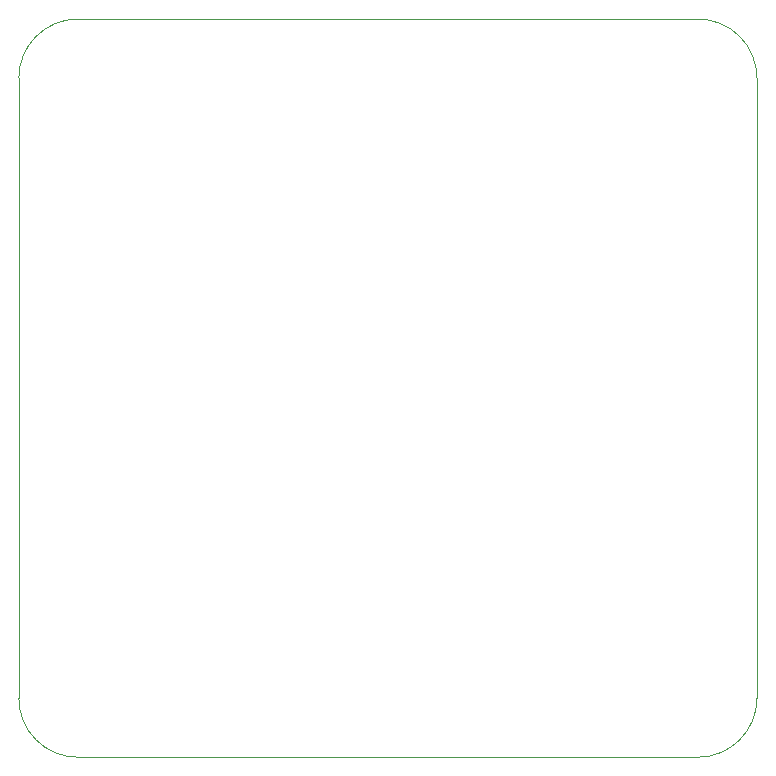
<source format=gbr>
%TF.GenerationSoftware,KiCad,Pcbnew,9.0.3*%
%TF.CreationDate,2025-07-24T19:08:26+05:30*%
%TF.ProjectId,hackpad,6861636b-7061-4642-9e6b-696361645f70,rev?*%
%TF.SameCoordinates,Original*%
%TF.FileFunction,Profile,NP*%
%FSLAX46Y46*%
G04 Gerber Fmt 4.6, Leading zero omitted, Abs format (unit mm)*
G04 Created by KiCad (PCBNEW 9.0.3) date 2025-07-24 19:08:26*
%MOMM*%
%LPD*%
G01*
G04 APERTURE LIST*
%TA.AperFunction,Profile*%
%ADD10C,0.050000*%
%TD*%
G04 APERTURE END LIST*
D10*
X173556472Y-131516661D02*
X121056472Y-131516661D01*
X116056472Y-126516661D02*
X116056472Y-74016661D01*
X178556472Y-74016661D02*
X178556472Y-126516661D01*
X121056472Y-131516661D02*
G75*
G02*
X116056439Y-126516661I28J5000061D01*
G01*
X173556472Y-69016661D02*
G75*
G02*
X178556439Y-74016661I28J-4999939D01*
G01*
X121056472Y-69016661D02*
X173556472Y-69016661D01*
X178556472Y-126516661D02*
G75*
G02*
X173556472Y-131516572I-4999972J61D01*
G01*
X116056472Y-74016661D02*
G75*
G02*
X121056472Y-69016662I4999978J21D01*
G01*
M02*

</source>
